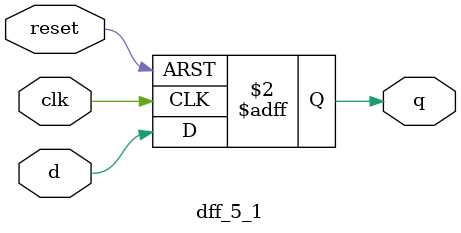
<source format=sv>
/**
 * A D flip-flop fulfilling 5.1/For you to do.
 */
module dff_5_1 (
	output logic q,
	input  logic clk,
	input  logic d,
	input  logic reset
);

always_ff @(negedge clk, posedge reset) begin
	if (reset)
		q <= 'd1;
	else
		q <= d;
end

endmodule

</source>
